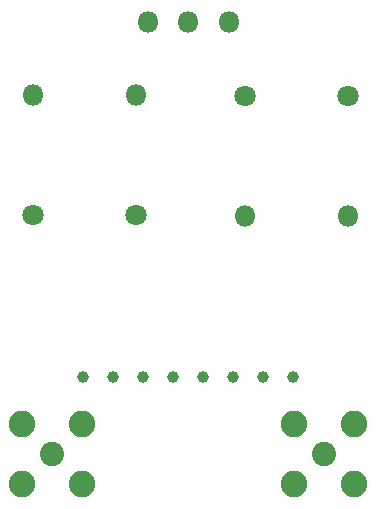
<source format=gbr>
%TF.GenerationSoftware,KiCad,Pcbnew,7.0.5*%
%TF.CreationDate,2023-06-22T18:40:55-05:00*%
%TF.ProjectId,Single.Channel.Amp,53696e67-6c65-42e4-9368-616e6e656c2e,rev?*%
%TF.SameCoordinates,Original*%
%TF.FileFunction,Soldermask,Bot*%
%TF.FilePolarity,Negative*%
%FSLAX46Y46*%
G04 Gerber Fmt 4.6, Leading zero omitted, Abs format (unit mm)*
G04 Created by KiCad (PCBNEW 7.0.5) date 2023-06-22 18:40:55*
%MOMM*%
%LPD*%
G01*
G04 APERTURE LIST*
%ADD10C,2.050000*%
%ADD11C,2.250000*%
%ADD12C,1.800000*%
%ADD13O,1.800000X1.800000*%
%ADD14C,1.000000*%
G04 APERTURE END LIST*
D10*
%TO.C,REF\u002A\u002A*%
X38185000Y-59060000D03*
D11*
X35645000Y-56520000D03*
X35645000Y-61600000D03*
X40725000Y-56520000D03*
X40725000Y-61600000D03*
%TD*%
D10*
%TO.C,REF\u002A\u002A*%
X61185000Y-59060000D03*
D11*
X58645000Y-56520000D03*
X58645000Y-61600000D03*
X63725000Y-56520000D03*
X63725000Y-61600000D03*
%TD*%
D12*
%TO.C,1N4XXX (7.5 V)*%
X36550000Y-38835000D03*
D13*
X36550000Y-28675000D03*
%TD*%
%TO.C,*%
X53111459Y-22545000D03*
%TD*%
%TO.C,*%
X49685000Y-22545000D03*
%TD*%
%TO.C,*%
X46258541Y-22545000D03*
%TD*%
D12*
%TO.C,1N4148*%
X45270000Y-38835000D03*
D13*
X45270000Y-28675000D03*
%TD*%
D14*
%TO.C,REF\u002A\u002A*%
X45875000Y-52550000D03*
X48415000Y-52550000D03*
X56035000Y-52550000D03*
X53495000Y-52550000D03*
X50955000Y-52550000D03*
X43335000Y-52550000D03*
X58575000Y-52550000D03*
X40795000Y-52550000D03*
%TD*%
D12*
%TO.C,1N4XXX (7.5 V)*%
X54495000Y-28755000D03*
D13*
X54495000Y-38915000D03*
%TD*%
D12*
%TO.C,1N4148*%
X63210000Y-28765000D03*
D13*
X63210000Y-38925000D03*
%TD*%
M02*

</source>
